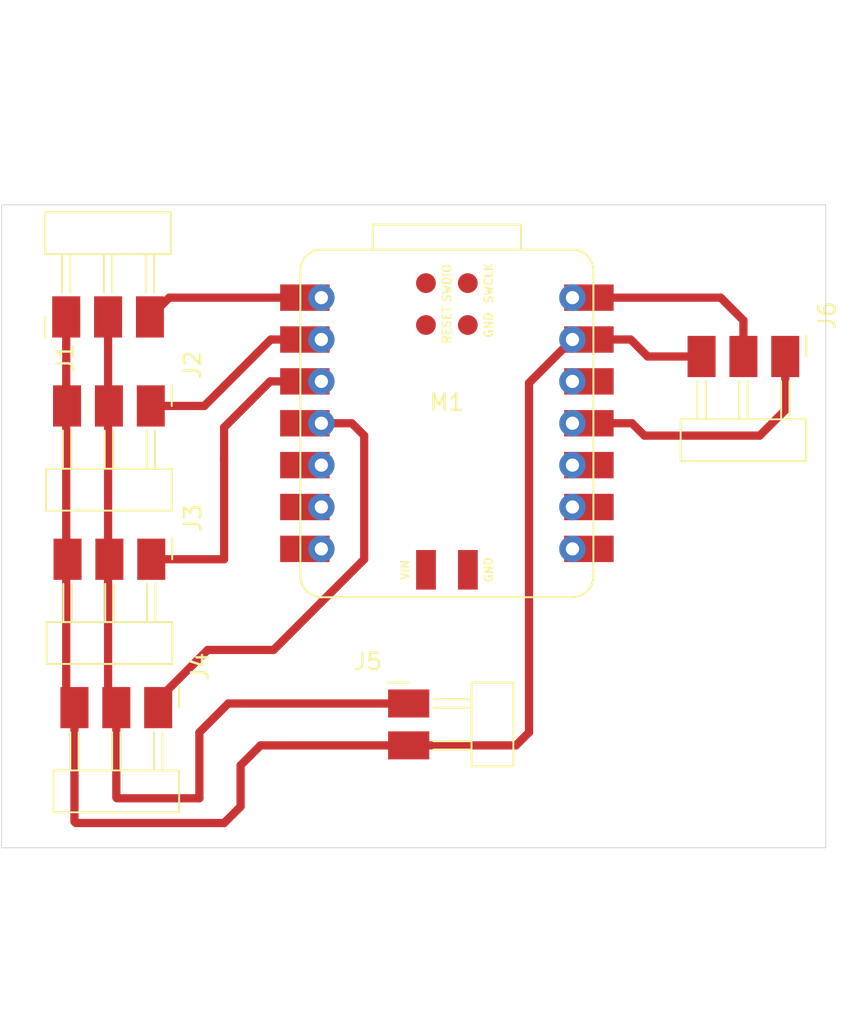
<source format=kicad_pcb>
(kicad_pcb (version 20241229) (generator "pcbnew") (generator_version "9.0")
  (layers (0 "F.Cu" signal) (2 "B.Cu" signal) (13 "F.Paste" user) (15 "B.Paste" user) (5 "F.SilkS" user "F.Silkscreen") (7 "B.SilkS" user "B.Silkscreen") (1 "F.Mask" user) (3 "B.Mask" user) (25 "Edge.Cuts" user))
  (net 0 "")
  (net 1 "Net-(J2-Pin_1)")
  (net 2 "Net-(J3-Pin_1)")
  (net 3 "Net-(J4-Pin_1)")
  (net 15 "Net-(J1-Pin_3)")
  (net 16 "Net-(J1-Pin_1)")
  (net 17 "Net-(J1-Pin_2)")
  (net 18 "Net-(J6-Pin_2)")
  (net 19 "Net-(J6-Pin_1)")
  (footprint "fab:PinHeader_01x03_P2.54mm_Horizontal_SMD" (layer "F.Cu") (at 135.55 95.2 -90)
    (property "Reference" "J2" (at -1.524 -2.54 90) (layer "F.SilkS") (effects (justify left)))
    (property "Value" "PinHeader_01x03_P2.54mm_Horizontal_SMD")
    (fp_line (start 3.81 6.35) (end 3.81 -1.27) (stroke (width 0.12)) (layer "F.SilkS"))
    (fp_line (start 6.35 6.35) (end 3.81 6.35) (stroke (width 0.12)) (layer "F.SilkS"))
    (fp_line (start 3.81 5.334) (end 1.5 5.334) (stroke (width 0.12)) (layer "F.SilkS"))
    (fp_line (start 3.81 4.826) (end 1.5 4.826) (stroke (width 0.12)) (layer "F.SilkS"))
    (fp_line (start 3.81 2.794) (end 1.5 2.794) (stroke (width 0.12)) (layer "F.SilkS"))
    (fp_line (start 3.81 2.286) (end 1.5 2.286) (stroke (width 0.12)) (layer "F.SilkS"))
    (fp_line (start 3.81 0.254) (end 1.5 0.254) (stroke (width 0.12)) (layer "F.SilkS"))
    (fp_line (start 3.81 -0.254) (end 1.5 -0.254) (stroke (width 0.12)) (layer "F.SilkS"))
    (fp_line (start -1.27 -1.27) (end 0 -1.27) (stroke (width 0.12)) (layer "F.SilkS"))
    (fp_line (start 3.81 -1.27) (end 6.35 -1.27) (stroke (width 0.12)) (layer "F.SilkS"))
    (fp_line (start 6.35 -1.27) (end 6.35 6.35) (stroke (width 0.12)) (layer "F.SilkS"))
    (pad "1" smd rect (at 0 0 270) (size 2.5 1.7) (layers "F.Cu" "F.Mask" "F.Paste") (net 1 "Net-(J2-Pin_1)"))
    (pad "2" smd rect (at 0 2.54 270) (size 2.5 1.7) (layers "F.Cu" "F.Mask" "F.Paste") (net 17 "Net-(J1-Pin_2)"))
    (pad "3" smd rect (at 0 5.08 270) (size 2.5 1.7) (layers "F.Cu" "F.Mask" "F.Paste") (net 16 "Net-(J1-Pin_1)"))
  )
  (footprint "fab:PinHeader_01x03_P2.54mm_Horizontal_SMD" (layer "F.Cu") (at 174.05 92.2 -90)
    (property "Reference" "J6" (at -1.524 -2.54 90) (layer "F.SilkS") (effects (justify left)))
    (property "Value" "PinHeader_01x03_P2.54mm_Horizontal_SMD")
    (fp_line (start 3.81 6.35) (end 3.81 -1.27) (stroke (width 0.12)) (layer "F.SilkS"))
    (fp_line (start 6.35 6.35) (end 3.81 6.35) (stroke (width 0.12)) (layer "F.SilkS"))
    (fp_line (start 3.81 5.334) (end 1.5 5.334) (stroke (width 0.12)) (layer "F.SilkS"))
    (fp_line (start 3.81 4.826) (end 1.5 4.826) (stroke (width 0.12)) (layer "F.SilkS"))
    (fp_line (start 3.81 2.794) (end 1.5 2.794) (stroke (width 0.12)) (layer "F.SilkS"))
    (fp_line (start 3.81 2.286) (end 1.5 2.286) (stroke (width 0.12)) (layer "F.SilkS"))
    (fp_line (start 3.81 0.254) (end 1.5 0.254) (stroke (width 0.12)) (layer "F.SilkS"))
    (fp_line (start 3.81 -0.254) (end 1.5 -0.254) (stroke (width 0.12)) (layer "F.SilkS"))
    (fp_line (start -1.27 -1.27) (end 0 -1.27) (stroke (width 0.12)) (layer "F.SilkS"))
    (fp_line (start 3.81 -1.27) (end 6.35 -1.27) (stroke (width 0.12)) (layer "F.SilkS"))
    (fp_line (start 6.35 -1.27) (end 6.35 6.35) (stroke (width 0.12)) (layer "F.SilkS"))
    (pad "1" smd rect (at 0 0 270) (size 2.5 1.7) (layers "F.Cu" "F.Mask" "F.Paste") (net 19 "Net-(J6-Pin_1)"))
    (pad "2" smd rect (at 0 2.54 270) (size 2.5 1.7) (layers "F.Cu" "F.Mask" "F.Paste") (net 18 "Net-(J6-Pin_2)"))
    (pad "3" smd rect (at 0 5.08 270) (size 2.5 1.7) (layers "F.Cu" "F.Mask" "F.Paste") (net 16 "Net-(J1-Pin_1)"))
  )
  (footprint "fab:PinHeader_01x03_P2.54mm_Horizontal_SMD" (layer "F.Cu") (at 135.58 104.5 -90)
    (property "Reference" "J3" (at -1.524 -2.54 90) (layer "F.SilkS") (effects (justify left)))
    (property "Value" "PinHeader_01x03_P2.54mm_Horizontal_SMD")
    (fp_line (start 3.81 6.35) (end 3.81 -1.27) (stroke (width 0.12)) (layer "F.SilkS"))
    (fp_line (start 6.35 6.35) (end 3.81 6.35) (stroke (width 0.12)) (layer "F.SilkS"))
    (fp_line (start 3.81 5.334) (end 1.5 5.334) (stroke (width 0.12)) (layer "F.SilkS"))
    (fp_line (start 3.81 4.826) (end 1.5 4.826) (stroke (width 0.12)) (layer "F.SilkS"))
    (fp_line (start 3.81 2.794) (end 1.5 2.794) (stroke (width 0.12)) (layer "F.SilkS"))
    (fp_line (start 3.81 2.286) (end 1.5 2.286) (stroke (width 0.12)) (layer "F.SilkS"))
    (fp_line (start 3.81 0.254) (end 1.5 0.254) (stroke (width 0.12)) (layer "F.SilkS"))
    (fp_line (start 3.81 -0.254) (end 1.5 -0.254) (stroke (width 0.12)) (layer "F.SilkS"))
    (fp_line (start -1.27 -1.27) (end 0 -1.27) (stroke (width 0.12)) (layer "F.SilkS"))
    (fp_line (start 3.81 -1.27) (end 6.35 -1.27) (stroke (width 0.12)) (layer "F.SilkS"))
    (fp_line (start 6.35 -1.27) (end 6.35 6.35) (stroke (width 0.12)) (layer "F.SilkS"))
    (pad "1" smd rect (at 0 0 270) (size 2.5 1.7) (layers "F.Cu" "F.Mask" "F.Paste") (net 2 "Net-(J3-Pin_1)"))
    (pad "2" smd rect (at 0 2.54 270) (size 2.5 1.7) (layers "F.Cu" "F.Mask" "F.Paste") (net 17 "Net-(J1-Pin_2)"))
    (pad "3" smd rect (at 0 5.08 270) (size 2.5 1.7) (layers "F.Cu" "F.Mask" "F.Paste") (net 16 "Net-(J1-Pin_1)"))
  )
  (footprint "fab:PinHeader_01x03_P2.54mm_Horizontal_SMD" (layer "F.Cu") (at 136 113.5 -90)
    (property "Reference" "J4" (at -1.524 -2.54 90) (layer "F.SilkS") (effects (justify left)))
    (property "Value" "PinHeader_01x03_P2.54mm_Horizontal_SMD")
    (fp_line (start 3.81 6.35) (end 3.81 -1.27) (stroke (width 0.12)) (layer "F.SilkS"))
    (fp_line (start 6.35 6.35) (end 3.81 6.35) (stroke (width 0.12)) (layer "F.SilkS"))
    (fp_line (start 3.81 5.334) (end 1.5 5.334) (stroke (width 0.12)) (layer "F.SilkS"))
    (fp_line (start 3.81 4.826) (end 1.5 4.826) (stroke (width 0.12)) (layer "F.SilkS"))
    (fp_line (start 3.81 2.794) (end 1.5 2.794) (stroke (width 0.12)) (layer "F.SilkS"))
    (fp_line (start 3.81 2.286) (end 1.5 2.286) (stroke (width 0.12)) (layer "F.SilkS"))
    (fp_line (start 3.81 0.254) (end 1.5 0.254) (stroke (width 0.12)) (layer "F.SilkS"))
    (fp_line (start 3.81 -0.254) (end 1.5 -0.254) (stroke (width 0.12)) (layer "F.SilkS"))
    (fp_line (start -1.27 -1.27) (end 0 -1.27) (stroke (width 0.12)) (layer "F.SilkS"))
    (fp_line (start 3.81 -1.27) (end 6.35 -1.27) (stroke (width 0.12)) (layer "F.SilkS"))
    (fp_line (start 6.35 -1.27) (end 6.35 6.35) (stroke (width 0.12)) (layer "F.SilkS"))
    (pad "1" smd rect (at 0 0 270) (size 2.5 1.7) (layers "F.Cu" "F.Mask" "F.Paste") (net 3 "Net-(J4-Pin_1)"))
    (pad "2" smd rect (at 0 2.54 270) (size 2.5 1.7) (layers "F.Cu" "F.Mask" "F.Paste") (net 17 "Net-(J1-Pin_2)"))
    (pad "3" smd rect (at 0 5.08 270) (size 2.5 1.7) (layers "F.Cu" "F.Mask" "F.Paste") (net 16 "Net-(J1-Pin_1)"))
  )
  (footprint "fab:PinHeader_01x03_P2.54mm_Horizontal_SMD" (layer "F.Cu") (at 130.42 89.8 90)
    (property "Reference" "J1" (at -1.524 -0.04 90) (layer "F.SilkS") (effects (justify right)))
    (property "Value" "PinHeader_01x03_P2.54mm_Horizontal_SMD")
    (fp_line (start 6.35 -1.27) (end 6.35 6.35) (stroke (width 0.12)) (layer "F.SilkS"))
    (fp_line (start 3.81 -1.27) (end 6.35 -1.27) (stroke (width 0.12)) (layer "F.SilkS"))
    (fp_line (start -1.27 -1.27) (end 0 -1.27) (stroke (width 0.12)) (layer "F.SilkS"))
    (fp_line (start 3.81 -0.254) (end 1.5 -0.254) (stroke (width 0.12)) (layer "F.SilkS"))
    (fp_line (start 3.81 0.254) (end 1.5 0.254) (stroke (width 0.12)) (layer "F.SilkS"))
    (fp_line (start 3.81 2.286) (end 1.5 2.286) (stroke (width 0.12)) (layer "F.SilkS"))
    (fp_line (start 3.81 2.794) (end 1.5 2.794) (stroke (width 0.12)) (layer "F.SilkS"))
    (fp_line (start 3.81 4.826) (end 1.5 4.826) (stroke (width 0.12)) (layer "F.SilkS"))
    (fp_line (start 3.81 5.334) (end 1.5 5.334) (stroke (width 0.12)) (layer "F.SilkS"))
    (fp_line (start 6.35 6.35) (end 3.81 6.35) (stroke (width 0.12)) (layer "F.SilkS"))
    (fp_line (start 3.81 6.35) (end 3.81 -1.27) (stroke (width 0.12)) (layer "F.SilkS"))
    (pad "1" smd rect (at 0 0 90) (size 2.5 1.7) (layers "F.Cu" "F.Mask" "F.Paste") (net 16 "Net-(J1-Pin_1)"))
    (pad "2" smd rect (at 0 2.54 90) (size 2.5 1.7) (layers "F.Cu" "F.Mask" "F.Paste") (net 17 "Net-(J1-Pin_2)"))
    (pad "3" smd rect (at 0 5.08 90) (size 2.5 1.7) (layers "F.Cu" "F.Mask" "F.Paste") (net 15 "Net-(J1-Pin_3)"))
  )
  (footprint "fab:SeeedStudio_XIAO_RP2040" (layer "F.Cu") (at 153.515 96.25)
    (property "Reference" "M1" (at 0 -1.27 0) (layer "F.SilkS"))
    (property "Value" "Module_XIAO-RP2040")
    (fp_line (start -8.8875 9.281) (end -8.8875 -9.261) (stroke (width 0.12)) (layer "F.SilkS"))
    (fp_line (start -7.6175 -10.531) (end 7.6225 -10.531) (stroke (width 0.12)) (layer "F.SilkS"))
    (fp_line (start 7.6225 10.551) (end -7.6175 10.551) (stroke (width 0.12)) (layer "F.SilkS"))
    (fp_line (start 8.8925 -9.261) (end 8.8925 9.281) (stroke (width 0.12)) (layer "F.SilkS"))
    (fp_rect (start -4.4975 -10.531) (end 4.5025 -12.055) (stroke (width 0.12)) (fill no) (layer "F.SilkS"))
    (fp_arc (start -8.8875 -9.261) (mid -8.515526 -10.159026) (end -7.6175 -10.531) (stroke (width 0.12)) (layer "F.SilkS"))
    (fp_arc (start -7.6175 10.551) (mid -8.515526 10.179026) (end -8.8875 9.281) (stroke (width 0.12)) (layer "F.SilkS"))
    (fp_arc (start 7.6225 -10.531) (mid 8.520526 -10.159026) (end 8.8925 -9.261) (stroke (width 0.12)) (layer "F.SilkS"))
    (fp_arc (start 8.8925 9.281) (mid 8.520526 10.179026) (end 7.6225 10.551) (stroke (width 0.12)) (layer "F.SilkS"))
    (fp_text user "VIN" (at -2.535 8.89 90) (layer "F.SilkS") (effects (font (size 0.5 0.5) (thickness 0.1) (bold yes))))
    (fp_text user "SWDIO" (at 0 -8.5 90) (layer "F.SilkS") (effects (font (size 0.5 0.5) (thickness 0.1) (bold yes))))
    (fp_text user "SWCLK" (at 2.54 -8.5 90) (layer "F.SilkS") (effects (font (size 0.5 0.5) (thickness 0.1) (bold yes))))
    (fp_text user "GND" (at 2.54 -5.96 90) (layer "F.SilkS") (effects (font (size 0.5 0.5) (thickness 0.1) (bold yes))))
    (fp_text user "RESET" (at 0 -5.96 90) (layer "F.SilkS") (effects (font (size 0.5 0.5) (thickness 0.1) (bold yes))))
    (fp_text user "GND" (at 2.545 8.89 90) (layer "F.SilkS") (effects (font (size 0.5 0.5) (thickness 0.1) (bold yes))))
    (pad "1" thru_hole circle (at -7.615 -7.62) (size 1.6 1.6) (drill 0.8) (layers "*.Cu" "*.Mask") (net 15 "Net-(J1-Pin_3)"))
    (pad "1" smd rect (at -7.615 -7.62) (size 3 1.6) (drill (offset -1 0)) (layers "F.Cu" "F.Mask" "F.Paste") (net 15 "Net-(J1-Pin_3)"))
    (pad "2" thru_hole circle (at -7.615 -5.08) (size 1.6 1.6) (drill 0.8) (layers "*.Cu" "*.Mask") (net 1 "Net-(J2-Pin_1)"))
    (pad "2" smd rect (at -7.615 -5.08) (size 3 1.6) (drill (offset -1 0)) (layers "F.Cu" "F.Mask" "F.Paste") (net 1 "Net-(J2-Pin_1)"))
    (pad "3" thru_hole circle (at -7.615 -2.54) (size 1.6 1.6) (drill 0.8) (layers "*.Cu" "*.Mask") (net 2 "Net-(J3-Pin_1)"))
    (pad "3" smd rect (at -7.615 -2.54) (size 3 1.6) (drill (offset -1 0)) (layers "F.Cu" "F.Mask" "F.Paste") (net 2 "Net-(J3-Pin_1)"))
    (pad "4" thru_hole circle (at -7.615 0) (size 1.6 1.6) (drill 0.8) (layers "*.Cu" "*.Mask") (net 3 "Net-(J4-Pin_1)"))
    (pad "4" smd rect (at -7.615 0) (size 3 1.6) (drill (offset -1 0)) (layers "F.Cu" "F.Mask" "F.Paste") (net 3 "Net-(J4-Pin_1)"))
    (pad "5" thru_hole circle (at -7.615 2.54) (size 1.6 1.6) (drill 0.8) (layers "*.Cu" "*.Mask"))
    (pad "5" smd rect (at -7.615 2.54) (size 3 1.6) (drill (offset -1 0)) (layers "F.Cu" "F.Mask" "F.Paste"))
    (pad "6" thru_hole circle (at -7.615 5.08) (size 1.6 1.6) (drill 0.8) (layers "*.Cu" "*.Mask"))
    (pad "6" smd rect (at -7.615 5.08) (size 3 1.6) (drill (offset -1 0)) (layers "F.Cu" "F.Mask" "F.Paste"))
    (pad "7" thru_hole circle (at -7.615 7.62) (size 1.6 1.6) (drill 0.8) (layers "*.Cu" "*.Mask"))
    (pad "7" smd rect (at -7.615 7.62) (size 3 1.6) (drill (offset -1 0)) (layers "F.Cu" "F.Mask" "F.Paste"))
    (pad "8" thru_hole circle (at 7.62 7.62) (size 1.6 1.6) (drill 0.8) (layers "*.Cu" "*.Mask"))
    (pad "8" smd rect (at 7.62 7.62) (size 3 1.6) (drill (offset 1 0)) (layers "F.Cu" "F.Mask" "F.Paste"))
    (pad "9" thru_hole circle (at 7.62 5.08) (size 1.6 1.6) (drill 0.8) (layers "*.Cu" "*.Mask"))
    (pad "9" smd rect (at 7.62 5.08) (size 3 1.6) (drill (offset 1 0)) (layers "F.Cu" "F.Mask" "F.Paste"))
    (pad "10" thru_hole circle (at 7.62 2.54) (size 1.6 1.6) (drill 0.8) (layers "*.Cu" "*.Mask"))
    (pad "10" smd rect (at 7.62 2.54) (size 3 1.6) (drill (offset 1 0)) (layers "F.Cu" "F.Mask" "F.Paste"))
    (pad "11" thru_hole circle (at 7.62 0) (size 1.6 1.6) (drill 0.8) (layers "*.Cu" "*.Mask") (net 19 "Net-(J6-Pin_1)"))
    (pad "11" smd rect (at 7.62 0) (size 3 1.6) (drill (offset 1 0)) (layers "F.Cu" "F.Mask" "F.Paste") (net 19 "Net-(J6-Pin_1)"))
    (pad "12" thru_hole circle (at 7.62 -2.54) (size 1.6 1.6) (drill 0.8) (layers "*.Cu" "*.Mask"))
    (pad "12" smd rect (at 7.62 -2.54) (size 3 1.6) (drill (offset 1 0)) (layers "F.Cu" "F.Mask" "F.Paste"))
    (pad "13" thru_hole circle (at 7.62 -5.08) (size 1.6 1.6) (drill 0.8) (layers "*.Cu" "*.Mask") (net 16 "Net-(J1-Pin_1)"))
    (pad "13" smd rect (at 7.62 -5.08) (size 3 1.6) (drill (offset 1 0)) (layers "F.Cu" "F.Mask" "F.Paste") (net 16 "Net-(J1-Pin_1)"))
    (pad "14" thru_hole circle (at 7.62 -7.62) (size 1.6 1.6) (drill 0.8) (layers "*.Cu" "*.Mask") (net 18 "Net-(J6-Pin_2)"))
    (pad "14" smd rect (at 7.62 -7.62) (size 3 1.6) (drill (offset 1 0)) (layers "F.Cu" "F.Mask" "F.Paste") (net 18 "Net-(J6-Pin_2)"))
    (pad "15" smd rect (at 1.275 8.89 270) (size 2.4 1.2) (layers "F.Cu" "F.Mask" "F.Paste"))
    (pad "16" smd rect (at -1.265 8.89 270) (size 2.4 1.2) (layers "F.Cu" "F.Mask" "F.Paste"))
    (pad "17" smd circle (at -1.27 -8.5) (size 1.2 1.2) (layers "F.Cu" "F.Mask" "F.Paste"))
    (pad "18" smd circle (at -1.27 -5.96) (size 1.2 1.2) (layers "F.Cu" "F.Mask" "F.Paste"))
    (pad "19" smd circle (at 1.27 -5.96) (size 1.2 1.2) (layers "F.Cu" "F.Mask" "F.Paste"))
    (pad "20" smd circle (at 1.27 -8.5) (size 1.2 1.2) (layers "F.Cu" "F.Mask" "F.Paste"))
  )
  (footprint "fab:PinHeader_01x02_P2.54mm_Horizontal_SMD" (layer "F.Cu") (at 151.2 113.25)
    (property "Reference" "J5" (at -1.524 -2.54 0) (layer "F.SilkS") (effects (justify right)))
    (property "Value" "PinHeader_01x02_P2.54mm_Horizontal_SMD")
    (fp_line (start -1.27 -1.27) (end 0 -1.27) (stroke (width 0.12)) (layer "F.SilkS"))
    (fp_line (start 3.81 -1.27) (end 6.35 -1.27) (stroke (width 0.12)) (layer "F.SilkS"))
    (fp_line (start 3.81 -0.254) (end 1.5 -0.254) (stroke (width 0.12)) (layer "F.SilkS"))
    (fp_line (start 3.81 0.254) (end 1.5 0.254) (stroke (width 0.12)) (layer "F.SilkS"))
    (fp_line (start 3.81 2.286) (end 1.5 2.286) (stroke (width 0.12)) (layer "F.SilkS"))
    (fp_line (start 3.81 2.794) (end 1.5 2.794) (stroke (width 0.12)) (layer "F.SilkS"))
    (fp_line (start 3.81 3.81) (end 3.81 -1.27) (stroke (width 0.12)) (layer "F.SilkS"))
    (fp_line (start 6.35 -1.27) (end 6.35 3.81) (stroke (width 0.12)) (layer "F.SilkS"))
    (fp_line (start 6.35 3.81) (end 3.81 3.81) (stroke (width 0.12)) (layer "F.SilkS"))
    (pad "1" smd rect (at 0 0) (size 2.5 1.7) (layers "F.Cu" "F.Mask" "F.Paste") (net 17 "Net-(J1-Pin_2)"))
    (pad "2" smd rect (at 0 2.54) (size 2.5 1.7) (layers "F.Cu" "F.Mask" "F.Paste") (net 16 "Net-(J1-Pin_1)"))
  )
  (gr_rect (start 126.5 83) (end 176.5 122) (stroke (width 0.05)) (fill no) (layer "Edge.Cuts"))
  (segment (start 138.8 95.2) (end 135.55 95.2) (width 0.5) (layer "F.Cu") (net 1))
  (segment (start 142.83 91.17) (end 138.8 95.2) (width 0.5) (layer "F.Cu") (net 1))
  (segment (start 145.9 91.17) (end 142.83 91.17) (width 0.5) (layer "F.Cu") (net 1))
  (segment (start 140 98.248) (end 140 98.5) (width 0.5) (layer "F.Cu") (net 2))
  (segment (start 140 104.5) (end 135.58 104.5) (width 0.5) (layer "F.Cu") (net 2))
  (segment (start 140 96.5) (end 140 98.5) (width 0.5) (layer "F.Cu") (net 2))
  (segment (start 140 98.5) (end 140 104.5) (width 0.5) (layer "F.Cu") (net 2))
  (segment (start 142.79 93.71) (end 140 96.5) (width 0.5) (layer "F.Cu") (net 2))
  (segment (start 145.9 93.71) (end 142.79 93.71) (width 0.5) (layer "F.Cu") (net 2))
  (segment (start 145.9 96.25) (end 147.75 96.25) (width 0.5) (layer "F.Cu") (net 3))
  (segment (start 136 113) (end 136 113.5) (width 0.2) (layer "F.Cu") (net 3))
  (segment (start 139 110) (end 136 113) (width 0.5) (layer "F.Cu") (net 3))
  (segment (start 148.5 97) (end 148.5 104.5) (width 0.5) (layer "F.Cu") (net 3))
  (segment (start 148.5 104.5) (end 143 110) (width 0.5) (layer "F.Cu") (net 3))
  (segment (start 143 110) (end 139 110) (width 0.5) (layer "F.Cu") (net 3))
  (segment (start 147.75 96.25) (end 148.5 97) (width 0.5) (layer "F.Cu") (net 3))
  (segment (start 145.9 88.63) (end 136.67 88.63) (width 0.5) (layer "F.Cu") (net 15))
  (segment (start 136.67 88.63) (end 135.5 89.8) (width 0.5) (layer "F.Cu") (net 15))
  (segment (start 130.42 113) (end 130.92 113.5) (width 0.2) (layer "F.Cu") (net 16))
  (segment (start 130.92 120.42) (end 131 120.5) (width 0.2) (layer "F.Cu") (net 16))
  (segment (start 161.135 91.17) (end 158.5 93.805) (width 0.5) (layer "F.Cu") (net 16))
  (segment (start 151.2 115.79) (end 142.21 115.79) (width 0.5) (layer "F.Cu") (net 16))
  (segment (start 164.67 91.17) (end 165.7 92.2) (width 0.5) (layer "F.Cu") (net 16))
  (segment (start 141 117) (end 141 119.5) (width 0.5) (layer "F.Cu") (net 16))
  (segment (start 157.71 115.79) (end 151.2 115.79) (width 0.5) (layer "F.Cu") (net 16))
  (segment (start 130.42 89.8) (end 130.42 113) (width 0.5) (layer "F.Cu") (net 16))
  (segment (start 142.21 115.79) (end 141 117) (width 0.5) (layer "F.Cu") (net 16))
  (segment (start 130.92 113.5) (end 130.92 120.42) (width 0.5) (layer "F.Cu") (net 16))
  (segment (start 140 120.5) (end 131 120.5) (width 0.5) (layer "F.Cu") (net 16))
  (segment (start 161.135 91.17) (end 164.67 91.17) (width 0.5) (layer "F.Cu") (net 16))
  (segment (start 141 119.5) (end 140 120.5) (width 0.5) (layer "F.Cu") (net 16))
  (segment (start 158.5 93.805) (end 158.5 115) (width 0.5) (layer "F.Cu") (net 16))
  (segment (start 165.7 92.2) (end 168.97 92.2) (width 0.5) (layer "F.Cu") (net 16))
  (segment (start 158.5 115) (end 157.71 115.79) (width 0.5) (layer "F.Cu") (net 16))
  (segment (start 151.2 113.25) (end 140.25 113.25) (width 0.5) (layer "F.Cu") (net 17))
  (segment (start 138.5 115) (end 138.5 119) (width 0.5) (layer "F.Cu") (net 17))
  (segment (start 132.96 113) (end 133.46 113.5) (width 0.2) (layer "F.Cu") (net 17))
  (segment (start 133.46 118.96) (end 133.46 113.5) (width 0.5) (layer "F.Cu") (net 17))
  (segment (start 140.25 113.25) (end 138.5 115) (width 0.5) (layer "F.Cu") (net 17))
  (segment (start 138.5 119) (end 133.5 119) (width 0.5) (layer "F.Cu") (net 17))
  (segment (start 132.96 89.8) (end 132.96 113) (width 0.5) (layer "F.Cu") (net 17))
  (segment (start 133.5 119) (end 133.46 118.96) (width 0.2) (layer "F.Cu") (net 17))
  (segment (start 170.13 88.63) (end 171.51 90.01) (width 0.5) (layer "F.Cu") (net 18))
  (segment (start 161.135 88.63) (end 170.13 88.63) (width 0.5) (layer "F.Cu") (net 18))
  (segment (start 171.51 90.01) (end 171.51 92.2) (width 0.5) (layer "F.Cu") (net 18))
  (segment (start 165.5 97) (end 164.75 96.25) (width 0.5) (layer "F.Cu") (net 19))
  (segment (start 174.05 95.45) (end 172.5 97) (width 0.5) (layer "F.Cu") (net 19))
  (segment (start 172.5 97) (end 165.5 97) (width 0.5) (layer "F.Cu") (net 19))
  (segment (start 164.75 96.25) (end 161.135 96.25) (width 0.5) (layer "F.Cu") (net 19))
  (segment (start 174.05 92.2) (end 174.05 95.45) (width 0.5) (layer "F.Cu") (net 19))
)
</source>
